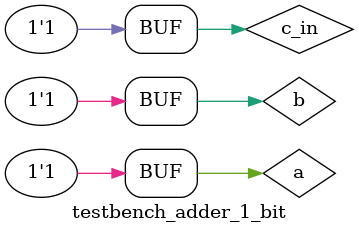
<source format=v>
module testbench_adder_1_bit(); 
	// vars
	reg a; 
	reg b;
	reg c_in; 
	// outputs
	wire sum;
	wire c_out; 

	adder adder_for_testbench (a, b, c_in, sum, c_out);

	initial begin
	a = 1'b0; b = 1'b0; c_in = 1'b0;
	#25;
	a = 1'b0; b = 1'b0; c_in = 1'b1;
	#25;
	a = 1'b0; b = 1'b1; c_in = 1'b0;
	#25;
	a = 1'b0; b = 1'b1; c_in = 1'b1;
	#25;
	a = 1'b1; b = 1'b0; c_in = 1'b0;
	#25;
	a = 1'b1; b = 1'b0; c_in = 1'b1;
	#25;
	a = 1'b1; b = 1'b1; c_in = 1'b0;
	#25;
	a = 1'b1; b = 1'b1; c_in = 1'b1;
	end
 
	initial
	begin
	$monitor("time = %2d, a =%1b, b=%1b, c_in=%1b, sum=%1b, c_out=%1b", $time, a, b, c_in, sum, c_out);
	end
 
endmodule
</source>
